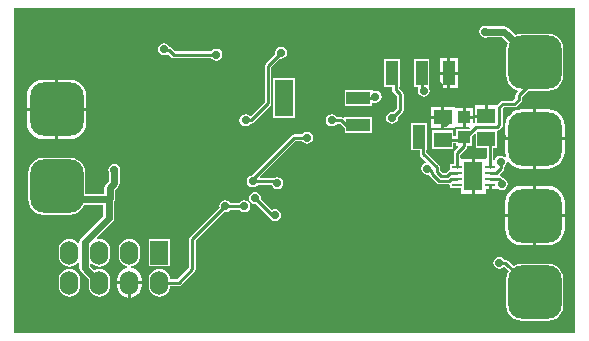
<source format=gbl>
G04*
G04 #@! TF.GenerationSoftware,Altium Limited,CircuitStudio,1.5.1 (1.5.1.13)*
G04*
G04 Layer_Physical_Order=2*
G04 Layer_Color=12500520*
%FSLAX25Y25*%
%MOIN*%
G70*
G01*
G75*
G04:AMPARAMS|DCode=10|XSize=177.16mil|YSize=177.16mil|CornerRadius=44.29mil|HoleSize=0mil|Usage=FLASHONLY|Rotation=0.000|XOffset=0mil|YOffset=0mil|HoleType=Round|Shape=RoundedRectangle|*
%AMROUNDEDRECTD10*
21,1,0.17716,0.08858,0,0,0.0*
21,1,0.08858,0.17716,0,0,0.0*
1,1,0.08858,0.04429,-0.04429*
1,1,0.08858,-0.04429,-0.04429*
1,1,0.08858,-0.04429,0.04429*
1,1,0.08858,0.04429,0.04429*
%
%ADD10ROUNDEDRECTD10*%
%ADD11R,0.03937X0.04331*%
%ADD16R,0.05906X0.05118*%
%ADD22C,0.01000*%
%ADD23C,0.02362*%
%ADD24O,0.06000X0.08000*%
%ADD25R,0.06000X0.08000*%
%ADD26C,0.02756*%
%ADD27R,0.03937X0.07874*%
%ADD28R,0.06000X0.12000*%
%ADD29R,0.08000X0.04000*%
%ADD30R,0.03169X0.00981*%
%ADD31R,0.06299X0.09606*%
%ADD32R,0.11417X0.07874*%
G36*
X403543Y236220D02*
X216535D01*
Y344488D01*
X403543D01*
Y236220D01*
D02*
G37*
%LPC*%
G36*
X314173Y303296D02*
X313402Y303143D01*
X312747Y302706D01*
X312544Y302401D01*
X309842D01*
X309413Y302316D01*
X309050Y302073D01*
X309049Y302073D01*
X295617Y288640D01*
X295291Y288575D01*
X294636Y288138D01*
X294199Y287484D01*
X294046Y286712D01*
X294199Y285940D01*
X294636Y285286D01*
X295291Y284849D01*
X296062Y284695D01*
X296834Y284849D01*
X297488Y285286D01*
X297692Y285591D01*
X302420D01*
X302467Y285350D01*
X302905Y284696D01*
X303559Y284259D01*
X304331Y284105D01*
X305102Y284259D01*
X305757Y284696D01*
X306194Y285350D01*
X306347Y286122D01*
X306194Y286894D01*
X305757Y287548D01*
X305102Y287985D01*
X304331Y288139D01*
X303559Y287985D01*
X303332Y287834D01*
X298636D01*
X298445Y288296D01*
X310307Y300158D01*
X312544D01*
X312747Y299853D01*
X313402Y299416D01*
X314173Y299263D01*
X314945Y299416D01*
X315599Y299853D01*
X316036Y300508D01*
X316190Y301279D01*
X316036Y302051D01*
X315599Y302706D01*
X314945Y303143D01*
X314173Y303296D01*
D02*
G37*
G36*
X230209Y310228D02*
X220803D01*
Y306299D01*
X220990Y304882D01*
X221537Y303561D01*
X222407Y302427D01*
X223541Y301557D01*
X224862Y301010D01*
X226279Y300823D01*
X230209D01*
Y310228D01*
D02*
G37*
G36*
X400063Y300386D02*
X390657D01*
Y290981D01*
X394587D01*
X396004Y291167D01*
X397325Y291714D01*
X398459Y292585D01*
X399329Y293719D01*
X399876Y295039D01*
X400063Y296457D01*
Y300386D01*
D02*
G37*
G36*
X394587Y285200D02*
X390657D01*
Y275795D01*
X400063D01*
Y279724D01*
X399876Y281142D01*
X399329Y282462D01*
X398459Y283596D01*
X397325Y284467D01*
X396004Y285014D01*
X394587Y285200D01*
D02*
G37*
G36*
X293307Y280462D02*
X292535Y280308D01*
X291881Y279871D01*
X291678Y279566D01*
X288637D01*
X288434Y279871D01*
X287780Y280308D01*
X287008Y280462D01*
X286236Y280308D01*
X285582Y279871D01*
X285145Y279217D01*
X284991Y278445D01*
X285063Y278086D01*
X275191Y268214D01*
X274948Y267850D01*
X274863Y267421D01*
X274863Y267421D01*
Y258043D01*
X270913Y254094D01*
X268615D01*
X268507Y254912D01*
X268145Y255788D01*
X267567Y256540D01*
X266815Y257117D01*
X265940Y257480D01*
X265000Y257604D01*
X264060Y257480D01*
X263184Y257117D01*
X262433Y256540D01*
X261855Y255788D01*
X261493Y254912D01*
X261369Y253972D01*
Y251972D01*
X261493Y251033D01*
X261855Y250157D01*
X262433Y249405D01*
X263184Y248828D01*
X264060Y248465D01*
X265000Y248341D01*
X265940Y248465D01*
X266815Y248828D01*
X267567Y249405D01*
X268145Y250157D01*
X268507Y251033D01*
X268615Y251851D01*
X271378D01*
X271378Y251851D01*
X271807Y251936D01*
X272171Y252179D01*
X276777Y256786D01*
X276777Y256786D01*
X277020Y257150D01*
X277106Y257579D01*
Y266957D01*
X286649Y276500D01*
X287008Y276428D01*
X287780Y276582D01*
X288434Y277019D01*
X288637Y277323D01*
X291678D01*
X291881Y277019D01*
X292535Y276582D01*
X293307Y276428D01*
X294079Y276582D01*
X294733Y277019D01*
X295170Y277673D01*
X295324Y278445D01*
X295170Y279217D01*
X294733Y279871D01*
X294079Y280308D01*
X293307Y280462D01*
D02*
G37*
G36*
X322441Y309103D02*
X321669Y308950D01*
X321015Y308513D01*
X320578Y307858D01*
X320424Y307087D01*
X320578Y306315D01*
X321015Y305661D01*
X321669Y305223D01*
X322441Y305070D01*
X323213Y305223D01*
X323867Y305661D01*
X324070Y305965D01*
X325126D01*
X326372Y304719D01*
X326372Y304719D01*
X326699Y304500D01*
Y302912D01*
X335899D01*
Y308112D01*
X326699D01*
X326699Y308112D01*
Y308112D01*
X326199Y308003D01*
X326020Y308123D01*
X325591Y308208D01*
X325590Y308208D01*
X324070D01*
X323867Y308513D01*
X323213Y308950D01*
X322441Y309103D01*
D02*
G37*
G36*
X363402Y311630D02*
D01*
X363336D01*
X363310Y311630D01*
X359949D01*
Y308071D01*
Y304512D01*
X363310D01*
X363336Y304512D01*
X363402D01*
X363402D01*
X363658Y304906D01*
X363902Y304906D01*
X366035D01*
Y308071D01*
Y311236D01*
X363902D01*
X363658Y311236D01*
X363402Y311630D01*
D02*
G37*
G36*
X394587Y310791D02*
X390657D01*
Y301386D01*
X400063D01*
Y305315D01*
X399876Y306732D01*
X399329Y308053D01*
X398459Y309187D01*
X397325Y310057D01*
X396004Y310604D01*
X394587Y310791D01*
D02*
G37*
G36*
X240614Y310228D02*
X231209D01*
Y300823D01*
X235138D01*
X236555Y301010D01*
X237876Y301557D01*
X239010Y302427D01*
X239880Y303561D01*
X240427Y304882D01*
X240614Y306299D01*
Y310228D01*
D02*
G37*
G36*
X389657Y310791D02*
X385728D01*
X384311Y310604D01*
X382990Y310057D01*
X381856Y309187D01*
X380986Y308053D01*
X380439Y306732D01*
X380252Y305315D01*
Y301386D01*
X389657D01*
Y310791D01*
D02*
G37*
G36*
Y285200D02*
X385728D01*
X384311Y285014D01*
X382990Y284467D01*
X381856Y283596D01*
X380986Y282462D01*
X380439Y281142D01*
X380252Y279724D01*
Y275795D01*
X389657D01*
Y285200D01*
D02*
G37*
G36*
X235000Y257604D02*
X234060Y257480D01*
X233185Y257117D01*
X232433Y256540D01*
X231855Y255788D01*
X231493Y254912D01*
X231369Y253972D01*
Y251972D01*
X231493Y251033D01*
X231855Y250157D01*
X232433Y249405D01*
X233185Y248828D01*
X234060Y248465D01*
X235000Y248341D01*
X235940Y248465D01*
X236816Y248828D01*
X237567Y249405D01*
X238145Y250157D01*
X238507Y251033D01*
X238631Y251972D01*
Y253972D01*
X238507Y254912D01*
X238145Y255788D01*
X237567Y256540D01*
X236816Y257117D01*
X235940Y257480D01*
X235000Y257604D01*
D02*
G37*
G36*
X255000Y267603D02*
X254060Y267480D01*
X253185Y267117D01*
X252432Y266540D01*
X251855Y265788D01*
X251493Y264912D01*
X251369Y263972D01*
Y261972D01*
X251493Y261033D01*
X251855Y260157D01*
X252432Y259405D01*
X253185Y258828D01*
X254060Y258465D01*
X254355Y258426D01*
Y257922D01*
X253956Y257870D01*
X252983Y257466D01*
X252147Y256825D01*
X251506Y255990D01*
X251103Y255017D01*
X250965Y253972D01*
Y253472D01*
X255000D01*
X259034D01*
Y253972D01*
X258897Y255017D01*
X258494Y255990D01*
X257853Y256825D01*
X257017Y257466D01*
X256044Y257870D01*
X255645Y257922D01*
Y258426D01*
X255940Y258465D01*
X256816Y258828D01*
X257568Y259405D01*
X258145Y260157D01*
X258507Y261033D01*
X258631Y261972D01*
Y263972D01*
X258507Y264912D01*
X258145Y265788D01*
X257568Y266540D01*
X256816Y267117D01*
X255940Y267480D01*
X255000Y267603D01*
D02*
G37*
G36*
X259034Y252472D02*
X255500D01*
Y248004D01*
X256044Y248075D01*
X257017Y248478D01*
X257853Y249120D01*
X258494Y249955D01*
X258897Y250928D01*
X259034Y251972D01*
Y252472D01*
D02*
G37*
G36*
X378346Y261564D02*
X377575Y261410D01*
X376920Y260973D01*
X376483Y260319D01*
X376330Y259547D01*
X376483Y258775D01*
X376920Y258121D01*
X377575Y257684D01*
X378346Y257530D01*
X379118Y257684D01*
X379772Y258121D01*
X380121Y258155D01*
X381453Y256823D01*
X381335Y256670D01*
X380829Y255447D01*
X380656Y254134D01*
Y245276D01*
X380829Y243963D01*
X381335Y242739D01*
X382141Y241689D01*
X383192Y240883D01*
X384416Y240376D01*
X385728Y240203D01*
X394587D01*
X395900Y240376D01*
X397123Y240883D01*
X398173Y241689D01*
X398980Y242739D01*
X399486Y243963D01*
X399659Y245276D01*
Y254134D01*
X399486Y255447D01*
X398980Y256670D01*
X398173Y257721D01*
X397123Y258527D01*
X395900Y259034D01*
X394587Y259206D01*
X385728D01*
X384416Y259034D01*
X383192Y258527D01*
X383039Y258409D01*
X381108Y260340D01*
X380744Y260583D01*
X380315Y260669D01*
X380315Y260669D01*
X379976D01*
X379772Y260973D01*
X379118Y261410D01*
X378346Y261564D01*
D02*
G37*
G36*
X254500Y252472D02*
X250965D01*
Y251972D01*
X251103Y250928D01*
X251506Y249955D01*
X252147Y249120D01*
X252983Y248478D01*
X253956Y248075D01*
X254500Y248004D01*
Y252472D01*
D02*
G37*
G36*
X235138Y294639D02*
X226279D01*
X224967Y294467D01*
X223743Y293960D01*
X222693Y293154D01*
X221887Y292103D01*
X221380Y290880D01*
X221207Y289567D01*
Y280709D01*
X221380Y279396D01*
X221887Y278172D01*
X222693Y277122D01*
X223743Y276316D01*
X224967Y275809D01*
X226279Y275636D01*
X235138D01*
X236451Y275809D01*
X237674Y276316D01*
X238725Y277122D01*
X239531Y278172D01*
X239870Y278991D01*
X246216D01*
Y275162D01*
X238873Y267819D01*
X238480Y267230D01*
X238341Y266535D01*
Y266353D01*
X237842Y266183D01*
X237567Y266540D01*
X236816Y267117D01*
X235940Y267480D01*
X235000Y267603D01*
X234060Y267480D01*
X233185Y267117D01*
X232433Y266540D01*
X231855Y265788D01*
X231493Y264912D01*
X231369Y263972D01*
Y261972D01*
X231493Y261033D01*
X231855Y260157D01*
X232433Y259405D01*
X233185Y258828D01*
X234060Y258465D01*
X235000Y258341D01*
X235940Y258465D01*
X236816Y258828D01*
X237567Y259405D01*
X237842Y259762D01*
X238341Y259592D01*
Y257815D01*
X238480Y257120D01*
X238873Y256531D01*
X241376Y254028D01*
X241369Y253972D01*
Y251972D01*
X241493Y251033D01*
X241855Y250157D01*
X242432Y249405D01*
X243184Y248828D01*
X244060Y248465D01*
X245000Y248341D01*
X245940Y248465D01*
X246815Y248828D01*
X247568Y249405D01*
X248145Y250157D01*
X248507Y251033D01*
X248631Y251972D01*
Y253972D01*
X248507Y254912D01*
X248145Y255788D01*
X247568Y256540D01*
X246815Y257117D01*
X245940Y257480D01*
X245000Y257604D01*
X244060Y257480D01*
X243354Y257187D01*
X241973Y258567D01*
Y259249D01*
X242160Y259312D01*
X242474Y259373D01*
X243184Y258828D01*
X244060Y258465D01*
X245000Y258341D01*
X245940Y258465D01*
X246815Y258828D01*
X247568Y259405D01*
X248145Y260157D01*
X248507Y261033D01*
X248631Y261972D01*
Y263972D01*
X248507Y264912D01*
X248145Y265788D01*
X247568Y266540D01*
X246815Y267117D01*
X245940Y267480D01*
X245000Y267603D01*
X244425Y267528D01*
X244192Y268001D01*
X249316Y273125D01*
X249709Y273714D01*
X249848Y274410D01*
Y279965D01*
X249895Y280035D01*
X249940Y280261D01*
X250103Y280506D01*
X250241Y281201D01*
Y283893D01*
X251284Y284936D01*
X251678Y285525D01*
X251816Y286221D01*
Y289709D01*
X251863Y289779D01*
X252017Y290551D01*
X251863Y291323D01*
X251426Y291977D01*
X250772Y292414D01*
X250000Y292568D01*
X249228Y292414D01*
X248574Y291977D01*
X248137Y291323D01*
X247983Y290551D01*
X248137Y289779D01*
X248184Y289709D01*
Y286973D01*
X247141Y285930D01*
X246747Y285341D01*
X246609Y284646D01*
Y282623D01*
X240210D01*
Y289567D01*
X240037Y290880D01*
X239531Y292103D01*
X238725Y293154D01*
X237674Y293960D01*
X236451Y294467D01*
X235138Y294639D01*
D02*
G37*
G36*
X296850Y283217D02*
X296078Y283063D01*
X295424Y282626D01*
X294987Y281972D01*
X294833Y281200D01*
X294987Y280429D01*
X295424Y279774D01*
X296078Y279337D01*
X296850Y279184D01*
X297209Y279255D01*
X301664Y274799D01*
X301680Y274720D01*
X302117Y274066D01*
X302771Y273629D01*
X303543Y273475D01*
X304315Y273629D01*
X304969Y274066D01*
X305406Y274720D01*
X305560Y275492D01*
X305406Y276264D01*
X304969Y276918D01*
X304315Y277355D01*
X303543Y277509D01*
X302771Y277355D01*
X302477Y277159D01*
X298795Y280841D01*
X298867Y281200D01*
X298713Y281972D01*
X298276Y282626D01*
X297622Y283063D01*
X296850Y283217D01*
D02*
G37*
G36*
X400063Y274795D02*
X390657D01*
Y265390D01*
X394587D01*
X396004Y265577D01*
X397325Y266124D01*
X398459Y266994D01*
X399329Y268128D01*
X399876Y269449D01*
X400063Y270866D01*
Y274795D01*
D02*
G37*
G36*
X268600Y267572D02*
X261400D01*
Y258372D01*
X268600D01*
Y267572D01*
D02*
G37*
G36*
X389657Y274795D02*
X380252D01*
Y270866D01*
X380439Y269449D01*
X380986Y268128D01*
X381856Y266994D01*
X382990Y266124D01*
X384311Y265577D01*
X385728Y265390D01*
X389657D01*
Y274795D01*
D02*
G37*
G36*
X358949Y307571D02*
X355496D01*
Y304512D01*
X358949D01*
Y307571D01*
D02*
G37*
G36*
X336299Y323122D02*
X331799D01*
Y320622D01*
X336299D01*
Y323122D01*
D02*
G37*
G36*
X360917Y327772D02*
X358449D01*
Y323335D01*
X360417D01*
Y325835D01*
X360917D01*
Y327772D01*
D02*
G37*
G36*
X330799Y323122D02*
X326299D01*
Y320622D01*
X330799D01*
Y323122D01*
D02*
G37*
G36*
X360417Y322335D02*
X358449D01*
Y317898D01*
X360917D01*
Y319835D01*
X360417D01*
Y322335D01*
D02*
G37*
G36*
X364386D02*
X362417D01*
Y319835D01*
X361917D01*
Y317898D01*
X364386D01*
Y322335D01*
D02*
G37*
G36*
X266535Y332824D02*
X265764Y332670D01*
X265109Y332233D01*
X264672Y331579D01*
X264519Y330807D01*
X264672Y330035D01*
X265109Y329381D01*
X265764Y328944D01*
X266535Y328790D01*
X267307Y328944D01*
X267828Y329292D01*
X267843D01*
X268990Y328144D01*
X269354Y327901D01*
X269783Y327815D01*
X269783Y327816D01*
X282327D01*
X282531Y327511D01*
X283185Y327074D01*
X283957Y326920D01*
X284729Y327074D01*
X285383Y327511D01*
X285820Y328165D01*
X285973Y328937D01*
X285820Y329709D01*
X285383Y330363D01*
X284729Y330800D01*
X283957Y330954D01*
X283185Y330800D01*
X282531Y330363D01*
X282327Y330059D01*
X270248D01*
X269100Y331206D01*
X268736Y331450D01*
X268411Y331514D01*
X268399Y331579D01*
X267962Y332233D01*
X267307Y332670D01*
X266535Y332824D01*
D02*
G37*
G36*
X305583Y331604D02*
X304811Y331450D01*
X304157Y331013D01*
X303719Y330359D01*
X303566Y329587D01*
X303636Y329237D01*
X300388Y325990D01*
X300145Y325626D01*
X300060Y325197D01*
X300060Y325197D01*
Y313169D01*
X295378Y308487D01*
X295126Y308512D01*
X294472Y308949D01*
X293700Y309103D01*
X292928Y308949D01*
X292274Y308512D01*
X291837Y307858D01*
X291684Y307086D01*
X291837Y306314D01*
X292274Y305660D01*
X292928Y305223D01*
X293700Y305069D01*
X294472Y305223D01*
X295126Y305660D01*
X295330Y305964D01*
X295563D01*
X295563Y305964D01*
X295992Y306050D01*
X296356Y306293D01*
X301974Y311911D01*
X302217Y312275D01*
X302303Y312704D01*
X302303Y312704D01*
Y324732D01*
X305214Y327644D01*
X305583Y327570D01*
X306354Y327724D01*
X307009Y328161D01*
X307446Y328815D01*
X307599Y329587D01*
X307446Y330359D01*
X307009Y331013D01*
X306354Y331450D01*
X305583Y331604D01*
D02*
G37*
G36*
X336299Y326622D02*
X331799D01*
Y324122D01*
X336299D01*
Y326622D01*
D02*
G37*
G36*
X364386Y327772D02*
X361917D01*
Y325835D01*
X362417D01*
Y323335D01*
X364386D01*
Y327772D01*
D02*
G37*
G36*
X330799Y326622D02*
X326299D01*
Y324122D01*
X330799D01*
Y326622D01*
D02*
G37*
G36*
X354931Y327372D02*
X349794D01*
Y318298D01*
X351241D01*
Y317717D01*
X351241Y317717D01*
X351265Y317594D01*
X351133Y316929D01*
X351286Y316157D01*
X351724Y315503D01*
X352378Y315066D01*
X353150Y314912D01*
X353921Y315066D01*
X354576Y315503D01*
X355013Y316157D01*
X355166Y316929D01*
X355013Y317701D01*
X354928Y317828D01*
X354931Y318298D01*
X354931D01*
X354931Y318298D01*
Y327372D01*
D02*
G37*
G36*
X373516Y312024D02*
X370063D01*
Y308965D01*
X373516D01*
Y312024D01*
D02*
G37*
G36*
X345088Y327372D02*
X339951D01*
Y318298D01*
X342579D01*
Y317323D01*
X342579Y317323D01*
X342665Y316894D01*
X342908Y316530D01*
X344154Y315283D01*
Y311094D01*
X342879Y309819D01*
X342520Y309891D01*
X341748Y309737D01*
X341094Y309300D01*
X340656Y308646D01*
X340503Y307874D01*
X340656Y307102D01*
X341094Y306448D01*
X341748Y306011D01*
X342520Y305857D01*
X343291Y306011D01*
X343946Y306448D01*
X344383Y307102D01*
X344536Y307874D01*
X344465Y308233D01*
X346069Y309837D01*
X346069Y309837D01*
X346312Y310201D01*
X346397Y310630D01*
X346397Y310630D01*
Y315748D01*
X346312Y316177D01*
X346069Y316541D01*
X346069Y316541D01*
X344822Y317787D01*
Y318298D01*
X345088D01*
Y327372D01*
D02*
G37*
G36*
X230209Y320634D02*
X226279D01*
X224862Y320447D01*
X223541Y319900D01*
X222407Y319030D01*
X221537Y317896D01*
X220990Y316575D01*
X220803Y315158D01*
Y311228D01*
X230209D01*
Y320634D01*
D02*
G37*
G36*
X310096Y321167D02*
X302896D01*
Y307967D01*
X310096D01*
Y321167D01*
D02*
G37*
G36*
X367035Y311236D02*
Y308571D01*
X369504D01*
Y311236D01*
X367035D01*
D02*
G37*
G36*
X358949Y311630D02*
X355496D01*
Y308571D01*
X358949D01*
Y311630D01*
D02*
G37*
G36*
X373622Y338631D02*
X372850Y338477D01*
X372196Y338040D01*
X371759Y337386D01*
X371605Y336614D01*
X371759Y335842D01*
X372196Y335188D01*
X372850Y334751D01*
X373622Y334597D01*
X374394Y334751D01*
X374464Y334798D01*
X379268D01*
X381127Y332939D01*
X380829Y332218D01*
X380656Y330906D01*
Y322047D01*
X380829Y320734D01*
X381335Y319511D01*
X382141Y318460D01*
X383192Y317654D01*
X384225Y317227D01*
X384391Y316686D01*
X383968Y316263D01*
X383725Y315899D01*
X383640Y315470D01*
X383640Y315470D01*
Y314399D01*
X382845Y313604D01*
X379451D01*
X379022Y313519D01*
X378658Y313276D01*
X378658Y313276D01*
X377553Y312171D01*
X377455Y312024D01*
X374516D01*
Y308465D01*
X374016D01*
Y307965D01*
X370063D01*
Y306270D01*
X370004Y306234D01*
X369504Y306518D01*
Y307571D01*
X367035D01*
Y304906D01*
X368283D01*
X368489Y304436D01*
X368252Y304143D01*
X363967D01*
Y301712D01*
X363002D01*
Y303750D01*
X355896D01*
Y297431D01*
X363002D01*
Y299469D01*
X363967D01*
Y298613D01*
X364483D01*
X364675Y298151D01*
X363357Y296833D01*
X363114Y296469D01*
X363029Y296040D01*
X363029Y296040D01*
Y292524D01*
X361966D01*
Y291075D01*
X361867Y290586D01*
X361437Y290501D01*
X361073Y290258D01*
X360404Y289588D01*
X359281D01*
X358486Y290383D01*
Y291451D01*
X358486Y291451D01*
X358401Y291880D01*
X358158Y292244D01*
X358158Y292244D01*
X353937Y296465D01*
Y297038D01*
X354143D01*
Y306112D01*
X349006D01*
Y297038D01*
X351694D01*
Y296001D01*
X351694Y296001D01*
X351779Y295571D01*
X352022Y295207D01*
X353904Y293326D01*
X353759Y292847D01*
X353558Y292808D01*
X352904Y292370D01*
X352467Y291716D01*
X352313Y290944D01*
X352467Y290173D01*
X352904Y289518D01*
X353558Y289081D01*
X354330Y288928D01*
X354694Y289000D01*
X354728Y288826D01*
X354972Y288463D01*
X357360Y286074D01*
X357360Y286074D01*
X357724Y285831D01*
X358153Y285745D01*
X358153Y285745D01*
X361532D01*
X361532Y285745D01*
X361966Y285322D01*
Y284437D01*
X365522D01*
Y282677D01*
X369172D01*
Y288480D01*
Y294284D01*
X365522D01*
X365272Y294680D01*
Y295576D01*
X367329Y297632D01*
X367572Y297996D01*
X367657Y298425D01*
X368087Y298613D01*
X369104D01*
Y301770D01*
X370001Y302667D01*
X370463Y302476D01*
Y297825D01*
X374071D01*
Y294680D01*
X373821Y294284D01*
X370172D01*
Y288480D01*
Y282677D01*
X373821D01*
Y284037D01*
X374693D01*
Y285528D01*
X375693D01*
Y284037D01*
X377777D01*
X377777Y284037D01*
Y284037D01*
X378257Y284015D01*
X378351Y283953D01*
X379123Y283799D01*
X379895Y283953D01*
X380549Y284390D01*
X380986Y285044D01*
X381140Y285816D01*
X380986Y286588D01*
X380549Y287242D01*
X379895Y287679D01*
X379595Y287739D01*
X379045Y288289D01*
X378681Y288532D01*
X378570Y288554D01*
X378406Y289097D01*
X379532Y290224D01*
X379533Y290224D01*
X379776Y290587D01*
X379861Y291017D01*
Y291677D01*
X380165Y291880D01*
X380603Y292535D01*
X380739Y293219D01*
X381006Y293347D01*
X381243Y293384D01*
X381856Y292585D01*
X382990Y291714D01*
X384311Y291167D01*
X385728Y290981D01*
X389657D01*
Y300386D01*
X380252D01*
Y296457D01*
X380423Y295162D01*
X380151Y294927D01*
X379977Y294858D01*
X379511Y295170D01*
X378739Y295323D01*
X377968Y295170D01*
X377313Y294732D01*
X376876Y294078D01*
X376814Y293768D01*
X376314Y293817D01*
Y297825D01*
X377569D01*
Y303605D01*
X377988Y303688D01*
X378352Y303931D01*
X379139Y304719D01*
X379139Y304719D01*
X379383Y305083D01*
X379468Y305512D01*
Y310914D01*
X379915Y311361D01*
X383310D01*
X383310Y311361D01*
X383739Y311446D01*
X384103Y311690D01*
X385554Y313141D01*
X385555Y313141D01*
X385798Y313505D01*
X385883Y313934D01*
X385883Y313934D01*
Y315005D01*
X387852Y316975D01*
X394587D01*
X395900Y317148D01*
X397123Y317654D01*
X398173Y318460D01*
X398980Y319511D01*
X399486Y320734D01*
X399659Y322047D01*
Y330906D01*
X399486Y332218D01*
X398980Y333442D01*
X398173Y334492D01*
X397123Y335298D01*
X395900Y335805D01*
X394587Y335978D01*
X385728D01*
X384416Y335805D01*
X383695Y335507D01*
X381304Y337898D01*
X380715Y338292D01*
X380020Y338430D01*
X374464D01*
X374394Y338477D01*
X373622Y338631D01*
D02*
G37*
G36*
X335899Y317167D02*
X326699D01*
Y311967D01*
X335899D01*
Y312766D01*
X336399Y313064D01*
X337007Y312943D01*
X337779Y313097D01*
X338433Y313534D01*
X338870Y314188D01*
X339024Y314960D01*
X338870Y315732D01*
X338433Y316386D01*
X337779Y316823D01*
X337007Y316977D01*
X336399Y316856D01*
X335899Y317154D01*
Y317167D01*
D02*
G37*
G36*
X235138Y320634D02*
X231209D01*
Y311228D01*
X240614D01*
Y315158D01*
X240427Y316575D01*
X239880Y317896D01*
X239010Y319030D01*
X237876Y319900D01*
X236555Y320447D01*
X235138Y320634D01*
D02*
G37*
%LPD*%
G36*
X343520Y319835D02*
X341520D01*
Y325835D01*
X343520D01*
Y319835D01*
D02*
G37*
G36*
X352575Y298575D02*
X350575D01*
Y304575D01*
X352575D01*
Y298575D01*
D02*
G37*
G36*
X353362Y319835D02*
X351362D01*
Y325835D01*
X353362D01*
Y319835D01*
D02*
G37*
D10*
X230709Y285138D02*
D03*
Y310728D02*
D03*
X390158Y326476D02*
D03*
Y300886D02*
D03*
Y275295D02*
D03*
Y249705D02*
D03*
D11*
X366535Y308071D02*
D03*
Y301378D02*
D03*
D16*
X374016Y300984D02*
D03*
Y308465D02*
D03*
X359449Y300591D02*
D03*
Y308071D02*
D03*
D22*
X303741Y286712D02*
X304331Y286122D01*
X296062Y286712D02*
X303741D01*
X302558Y275492D02*
X303543D01*
X296850Y281200D02*
X302558Y275492D01*
X287008Y278445D02*
X293307D01*
X266535Y330413D02*
Y330807D01*
X230709Y285138D02*
X235039Y280807D01*
X275984Y267421D02*
X287008Y278445D01*
X275984Y257579D02*
Y267421D01*
X271378Y252972D02*
X275984Y257579D01*
X265000Y252972D02*
X271378D01*
X309842Y301279D02*
X314173D01*
X296062Y286712D02*
Y287499D01*
X309842Y301279D01*
X378346Y259547D02*
X380315D01*
X390158Y249705D01*
X293700Y307086D02*
X295563D01*
X301181Y312704D01*
X269783Y328937D02*
X283957D01*
X266535Y330413D02*
X268307D01*
X269783Y328937D01*
X305571Y329587D02*
X305583D01*
X301181Y312704D02*
Y325197D01*
X305571Y329587D01*
X352362Y317717D02*
Y322835D01*
Y317717D02*
X353150Y316929D01*
X342520Y322835D02*
X343701Y321654D01*
Y317323D02*
Y321654D01*
X342520Y307874D02*
X345276Y310630D01*
Y315748D01*
X343701Y317323D02*
X345276Y315748D01*
X322441Y307087D02*
X325591D01*
X327165Y305512D01*
X331299D01*
Y314567D02*
X336614D01*
X337007Y314960D01*
X375193Y287496D02*
X378252D01*
X379134Y286614D01*
X379123Y286603D02*
X379134Y286614D01*
X379123Y285816D02*
Y286603D01*
X375193Y291433D02*
Y299807D01*
X378739Y291017D02*
Y293306D01*
X375193Y289465D02*
X377187D01*
X378739Y291017D01*
X364150Y291433D02*
Y296040D01*
X366535Y298425D01*
Y301378D02*
X367126D01*
X370472Y304724D01*
X377559D01*
X378346Y305512D01*
Y311378D01*
X374016Y300984D02*
X375193Y299807D01*
X354330Y290944D02*
X354544Y291158D01*
X355765Y289256D02*
X358153Y286867D01*
X361532D01*
X362161Y287496D01*
X364150D01*
X354544Y291158D02*
X355765Y289938D01*
Y289256D02*
Y289938D01*
X361867Y289465D02*
X364150D01*
X360869Y288467D02*
X361867Y289465D01*
X358816Y288467D02*
X360869D01*
X357365Y289918D02*
X358816Y288467D01*
X357365Y289918D02*
Y291451D01*
X352815Y296001D02*
X357365Y291451D01*
X352815Y296001D02*
Y300060D01*
X359449Y300591D02*
X366339D01*
X366535Y300787D01*
Y298425D02*
Y300787D01*
Y301378D01*
X390158Y320866D02*
Y326476D01*
X383310Y312483D02*
X384761Y313934D01*
Y315470D01*
X390158Y320866D01*
X379451Y312483D02*
X383310D01*
X378346Y311378D02*
X379451Y312483D01*
D23*
X235039Y280807D02*
X248031D01*
X373622Y336614D02*
X380020D01*
X390158Y326476D01*
X250000Y286221D02*
Y290551D01*
X248425Y284646D02*
X250000Y286221D01*
X248425Y281201D02*
Y284646D01*
X248031Y280807D02*
X248425Y281201D01*
X248031Y274410D02*
Y280807D01*
X240158Y257815D02*
X245000Y252972D01*
X240158Y257815D02*
Y266535D01*
X248031Y274410D01*
D24*
X235000Y252972D02*
D03*
Y262972D02*
D03*
X245000Y252972D02*
D03*
Y262972D02*
D03*
X255000Y252972D02*
D03*
Y262972D02*
D03*
X265000Y252972D02*
D03*
D25*
Y262972D02*
D03*
D26*
X292520Y289370D02*
D03*
X314173Y301279D02*
D03*
X293307Y278445D02*
D03*
X304331Y286122D02*
D03*
X303543Y275492D02*
D03*
X296850Y281200D02*
D03*
X296062Y286712D02*
D03*
X306299Y282381D02*
D03*
X316929Y276082D02*
D03*
X287008Y278445D02*
D03*
X298425Y294980D02*
D03*
X289764Y295374D02*
D03*
X332677Y291437D02*
D03*
Y283957D02*
D03*
Y272933D02*
D03*
X285827Y289862D02*
D03*
X266535Y330807D02*
D03*
X279921Y331594D02*
D03*
X251969Y281201D02*
D03*
X248031Y280807D02*
D03*
X306299Y294192D02*
D03*
X305962Y289236D02*
D03*
X296850Y274902D02*
D03*
X304724Y264272D02*
D03*
X345669Y293406D02*
D03*
X378346Y259547D02*
D03*
X277953Y314173D02*
D03*
X373622Y336614D02*
D03*
X250000Y290551D02*
D03*
X249606Y242520D02*
D03*
X221260Y245669D02*
D03*
X241142Y327756D02*
D03*
X253543Y325984D02*
D03*
X338583Y335039D02*
D03*
X324016Y334646D02*
D03*
X318504Y326378D02*
D03*
X309055Y335039D02*
D03*
X261024Y324410D02*
D03*
X254724Y296850D02*
D03*
X363779Y275197D02*
D03*
X381102Y288583D02*
D03*
X374410Y322835D02*
D03*
X348425Y314961D02*
D03*
X320374Y322047D02*
D03*
X325197Y262598D02*
D03*
X323622Y256693D02*
D03*
X338583Y252756D02*
D03*
X365748Y247638D02*
D03*
X377165Y245276D02*
D03*
X376378Y278740D02*
D03*
X398031Y263386D02*
D03*
X399606Y288583D02*
D03*
Y313779D02*
D03*
Y338583D02*
D03*
X233465Y297638D02*
D03*
X250000Y318504D02*
D03*
X243012Y307874D02*
D03*
X226378Y264567D02*
D03*
X281890Y266929D02*
D03*
X273622Y268504D02*
D03*
X287795Y282677D02*
D03*
Y274803D02*
D03*
X293307D02*
D03*
Y283465D02*
D03*
X258661Y275984D02*
D03*
X280709Y299213D02*
D03*
X309842Y303937D02*
D03*
X317717Y304724D02*
D03*
X330315Y250000D02*
D03*
X298425Y250394D02*
D03*
X272047Y249606D02*
D03*
X271260Y258268D02*
D03*
X293700Y307086D02*
D03*
X315354Y342913D02*
D03*
X343307D02*
D03*
X372441D02*
D03*
X250000Y341732D02*
D03*
X259842Y335433D02*
D03*
X224410Y339567D02*
D03*
X242126Y322047D02*
D03*
X350787Y252756D02*
D03*
X342520Y313386D02*
D03*
X335433Y300787D02*
D03*
X351575Y308661D02*
D03*
X273819Y289173D02*
D03*
X357480Y281201D02*
D03*
X352559Y270866D02*
D03*
X333366Y267520D02*
D03*
X344783Y252559D02*
D03*
X362106Y262303D02*
D03*
X356398Y248819D02*
D03*
X238090Y243406D02*
D03*
X295866Y254823D02*
D03*
X226870Y241437D02*
D03*
X221161Y255906D02*
D03*
X220571Y298524D02*
D03*
X219882Y324410D02*
D03*
X279035Y337598D02*
D03*
X377756Y330217D02*
D03*
X358268Y318504D02*
D03*
X283957Y328937D02*
D03*
X284646Y324114D02*
D03*
X295669D02*
D03*
X305583Y329587D02*
D03*
X302953Y332087D02*
D03*
X304921Y323917D02*
D03*
X311319Y323721D02*
D03*
X273425Y301279D02*
D03*
X353150Y316929D02*
D03*
X342520Y307874D02*
D03*
X239764Y272441D02*
D03*
X347638Y320472D02*
D03*
X322441Y307087D02*
D03*
X337007Y314960D02*
D03*
X337795Y319291D02*
D03*
X379123Y285816D02*
D03*
X377953Y318504D02*
D03*
X378739Y293306D02*
D03*
X379134Y301575D02*
D03*
X371260Y288189D02*
D03*
X354330Y290944D02*
D03*
X359842Y290945D02*
D03*
X354724Y286220D02*
D03*
X360236Y306299D02*
D03*
X375590Y316142D02*
D03*
X381102Y309842D02*
D03*
X382283Y314961D02*
D03*
X387402Y312205D02*
D03*
X393701Y314173D02*
D03*
D27*
X352362Y322835D02*
D03*
X342520D02*
D03*
X361417D02*
D03*
X351575Y301575D02*
D03*
D28*
X306496Y314567D02*
D03*
D29*
X331299Y305512D02*
D03*
Y314567D02*
D03*
Y323622D02*
D03*
D30*
X375193Y285528D02*
D03*
Y287496D02*
D03*
Y289465D02*
D03*
X364150Y285528D02*
D03*
Y287496D02*
D03*
Y289465D02*
D03*
Y291433D02*
D03*
X375193D02*
D03*
D31*
X369672Y288480D02*
D03*
D32*
X330906Y323622D02*
D03*
M02*

</source>
